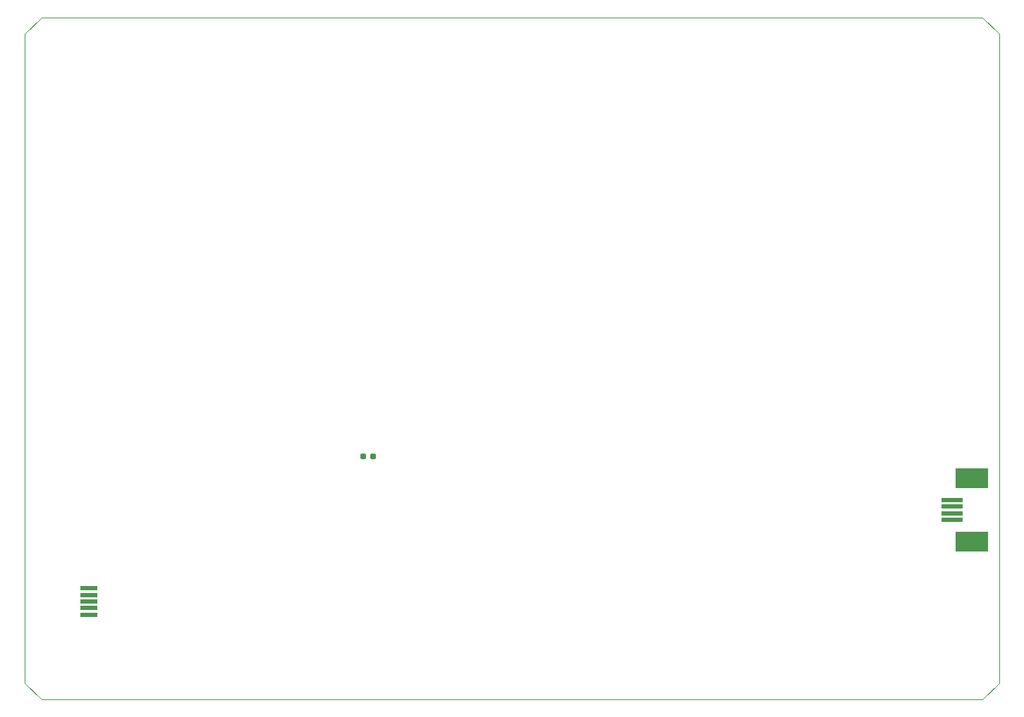
<source format=gbr>
%TF.GenerationSoftware,KiCad,Pcbnew,7.0.5*%
%TF.CreationDate,2023-07-20T14:33:04+01:00*%
%TF.ProjectId,EmotionalCities_v.1.1,456d6f74-696f-46e6-916c-436974696573,rev?*%
%TF.SameCoordinates,PX76109c0PY3c14dc0*%
%TF.FileFunction,Paste,Bot*%
%TF.FilePolarity,Positive*%
%FSLAX45Y45*%
G04 Gerber Fmt 4.5, Leading zero omitted, Abs format (unit mm)*
G04 Created by KiCad (PCBNEW 7.0.5) date 2023-07-20 14:33:04*
%MOMM*%
%LPD*%
G01*
G04 APERTURE LIST*
G04 Aperture macros list*
%AMRoundRect*
0 Rectangle with rounded corners*
0 $1 Rounding radius*
0 $2 $3 $4 $5 $6 $7 $8 $9 X,Y pos of 4 corners*
0 Add a 4 corners polygon primitive as box body*
4,1,4,$2,$3,$4,$5,$6,$7,$8,$9,$2,$3,0*
0 Add four circle primitives for the rounded corners*
1,1,$1+$1,$2,$3*
1,1,$1+$1,$4,$5*
1,1,$1+$1,$6,$7*
1,1,$1+$1,$8,$9*
0 Add four rect primitives between the rounded corners*
20,1,$1+$1,$2,$3,$4,$5,0*
20,1,$1+$1,$4,$5,$6,$7,0*
20,1,$1+$1,$6,$7,$8,$9,0*
20,1,$1+$1,$8,$9,$2,$3,0*%
G04 Aperture macros list end*
%ADD10R,2.000000X0.500000*%
%ADD11RoundRect,0.160000X-0.197500X-0.160000X0.197500X-0.160000X0.197500X0.160000X-0.197500X0.160000X0*%
%ADD12R,2.500000X0.550000*%
%ADD13RoundRect,0.096000X-1.854000X1.104000X-1.854000X-1.104000X1.854000X-1.104000X1.854000X1.104000X0*%
%TA.AperFunction,Profile*%
%ADD14C,0.076200*%
%TD*%
G04 APERTURE END LIST*
D10*
%TO.C,J1*%
X769525Y-7180110D03*
X769525Y-7100110D03*
X769525Y-7020110D03*
X769525Y-6940110D03*
X769525Y-6860110D03*
%TD*%
D11*
%TO.C,R15*%
X4062771Y-5278759D03*
X4182271Y-5278759D03*
%TD*%
D12*
%TO.C,U7*%
X11130000Y-5800000D03*
X11130000Y-5880000D03*
X11130000Y-5960000D03*
X11130000Y-6040000D03*
D13*
X11370000Y-5535000D03*
X11370000Y-6305000D03*
%TD*%
D14*
X200000Y0D02*
X11500000Y0D01*
X200000Y-8200000D02*
X11500000Y-8200000D01*
X0Y-8000000D02*
X0Y-200000D01*
X11500000Y0D02*
X11700000Y-200000D01*
X11700000Y-200000D02*
X11700000Y-8000000D01*
X11700000Y-8000000D02*
X11500000Y-8200000D01*
X200000Y0D02*
X0Y-200000D01*
X0Y-8000000D02*
X200000Y-8200000D01*
M02*

</source>
